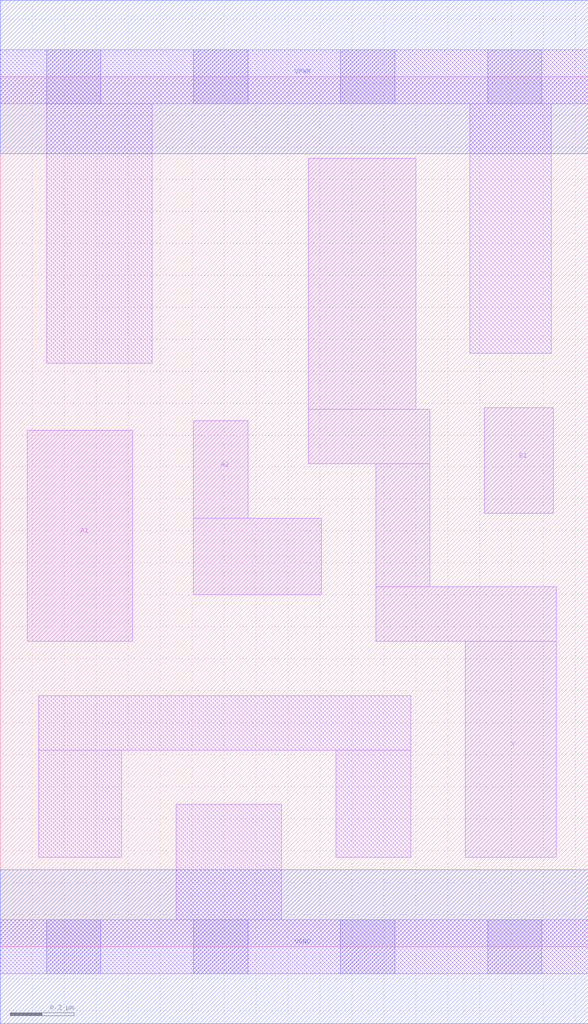
<source format=lef>
# Copyright 2020 The SkyWater PDK Authors
#
# Licensed under the Apache License, Version 2.0 (the "License");
# you may not use this file except in compliance with the License.
# You may obtain a copy of the License at
#
#     https://www.apache.org/licenses/LICENSE-2.0
#
# Unless required by applicable law or agreed to in writing, software
# distributed under the License is distributed on an "AS IS" BASIS,
# WITHOUT WARRANTIES OR CONDITIONS OF ANY KIND, either express or implied.
# See the License for the specific language governing permissions and
# limitations under the License.
#
# SPDX-License-Identifier: Apache-2.0

VERSION 5.7 ;
  NAMESCASESENSITIVE ON ;
  NOWIREEXTENSIONATPIN ON ;
  DIVIDERCHAR "/" ;
  BUSBITCHARS "[]" ;
UNITS
  DATABASE MICRONS 200 ;
END UNITS
MACRO sky130_fd_sc_hd__o21ai_0
  CLASS CORE ;
  FOREIGN sky130_fd_sc_hd__o21ai_0 ;
  ORIGIN  0.000000  0.000000 ;
  SIZE  1.840000 BY  2.720000 ;
  SYMMETRY X Y R90 ;
  SITE unithd ;
  PIN A1
    ANTENNAGATEAREA  0.159000 ;
    DIRECTION INPUT ;
    USE SIGNAL ;
    PORT
      LAYER li1 ;
        RECT 0.085000 0.955000 0.415000 1.615000 ;
    END
  END A1
  PIN A2
    ANTENNAGATEAREA  0.159000 ;
    DIRECTION INPUT ;
    USE SIGNAL ;
    PORT
      LAYER li1 ;
        RECT 0.605000 1.100000 1.005000 1.340000 ;
        RECT 0.605000 1.340000 0.775000 1.645000 ;
    END
  END A2
  PIN B1
    ANTENNAGATEAREA  0.159000 ;
    DIRECTION INPUT ;
    USE SIGNAL ;
    PORT
      LAYER li1 ;
        RECT 1.515000 1.355000 1.730000 1.685000 ;
    END
  END B1
  PIN Y
    ANTENNADIFFAREA  0.290500 ;
    DIRECTION OUTPUT ;
    USE SIGNAL ;
    PORT
      LAYER li1 ;
        RECT 0.965000 1.510000 1.345000 1.680000 ;
        RECT 0.965000 1.680000 1.300000 2.465000 ;
        RECT 1.175000 0.955000 1.740000 1.125000 ;
        RECT 1.175000 1.125000 1.345000 1.510000 ;
        RECT 1.455000 0.280000 1.740000 0.955000 ;
    END
  END Y
  PIN VGND
    DIRECTION INOUT ;
    SHAPE ABUTMENT ;
    USE GROUND ;
    PORT
      LAYER met1 ;
        RECT 0.000000 -0.240000 1.840000 0.240000 ;
    END
  END VGND
  PIN VPWR
    DIRECTION INOUT ;
    SHAPE ABUTMENT ;
    USE POWER ;
    PORT
      LAYER met1 ;
        RECT 0.000000 2.480000 1.840000 2.960000 ;
    END
  END VPWR
  OBS
    LAYER li1 ;
      RECT 0.000000 -0.085000 1.840000 0.085000 ;
      RECT 0.000000  2.635000 1.840000 2.805000 ;
      RECT 0.120000  0.280000 0.380000 0.615000 ;
      RECT 0.120000  0.615000 1.285000 0.785000 ;
      RECT 0.145000  1.825000 0.475000 2.635000 ;
      RECT 0.550000  0.085000 0.880000 0.445000 ;
      RECT 1.050000  0.280000 1.285000 0.615000 ;
      RECT 1.470000  1.855000 1.725000 2.635000 ;
    LAYER mcon ;
      RECT 0.145000 -0.085000 0.315000 0.085000 ;
      RECT 0.145000  2.635000 0.315000 2.805000 ;
      RECT 0.605000 -0.085000 0.775000 0.085000 ;
      RECT 0.605000  2.635000 0.775000 2.805000 ;
      RECT 1.065000 -0.085000 1.235000 0.085000 ;
      RECT 1.065000  2.635000 1.235000 2.805000 ;
      RECT 1.525000 -0.085000 1.695000 0.085000 ;
      RECT 1.525000  2.635000 1.695000 2.805000 ;
  END
END sky130_fd_sc_hd__o21ai_0
END LIBRARY

</source>
